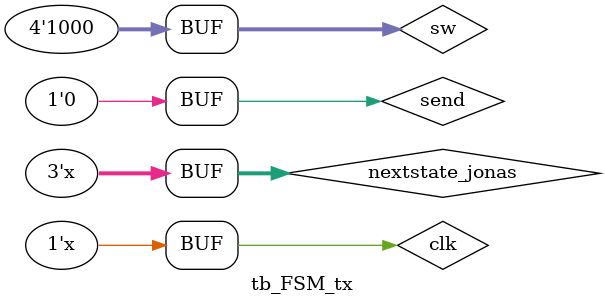
<source format=sv>
`timescale 1ps / 1ps

module tb_FSM_tx;

logic clk; 
logic [3:0] sw;
logic [3:0] estado_sgte;
logic [3:0] estado;
logic [1:0] mode;
logic [7:0] data_out;

logic send = 0;
logic tx;
logic [7:0] data_jonas;
logic [2:0] state_jonas = 7;
logic [2:0] nextstate_jonas = 7;

localparam J = 3'd0;
localparam O = 3'd1;
localparam N = 3'd2;
localparam A = 3'd3;
localparam S = 3'd4;
localparam SPACE = 3'd5;

logic [4:0] cont_abc;
logic [7:0] data_abc;
logic [7:0] data_in;

always_comb begin
    case ( sw )
    
    4'b1000:    estado_sgte <= 4'b1000; // ABC...
    4'b0100:    estado_sgte <= 4'b0100; // Recep-Transm.
    4'b0010:    estado_sgte <= 4'b0010; // J-O-N-A-S-_
    4'b0001:    estado_sgte <= 4'b0001; // FSM TX
    default:    estado_sgte <= 4'b0000; // Sin transm.
    
    endcase
end

//-- Lógica secuencial (activación secuencial del estado)

always_ff @(posedge clk) begin
    if (send)
        estado <= estado_sgte;         
end

//-- Asignación de salida 

always_comb  begin
    unique case (estado)
    
    4'b1000:     // ABC...
    begin
        mode = 2'b01;
        data_out = data_abc;
    end
    4'b0100:    
    begin
        mode = 2'b10;
        data_out = data_in;
     end
    4'b0010:    // J-O-N-A-S-_   
    begin
        mode = 2'b01; 
        data_out = data_jonas;
    end 
    4'b0001:    
    begin
        mode = 2'b01;
        data_out = "A";
    end
    4'b0000:    mode = 2'b00;
    
    endcase
end  
        
//-- ABC...
assign data_abc = cont_abc + 65;
always_ff @(posedge clk)  begin
    if ( estado == 4'b1000) begin
        if ( send) begin
            if ( cont_abc == 25) begin
                cont_abc <= 1;
            end
            else begin
                cont_abc <= cont_abc + 1; 
            end
        end
    end
    else 
        cont_abc <= 0;
end

// J-O-N-A-S-_

always_comb begin
    if (send) begin
        if (estado != 4'b0010) 
            nextstate_jonas = J;
        else if ( state_jonas == J)
            nextstate_jonas = O;
        else if ( state_jonas == O)
            nextstate_jonas = N;
        else if ( state_jonas == N )
            nextstate_jonas = A;
        else if ( state_jonas == A )
            nextstate_jonas = S;
        else if ( state_jonas == S) 
            nextstate_jonas = SPACE;
        else if ( state_jonas == SPACE) 
            nextstate_jonas = J;
        else
            nextstate_jonas = J;  
     end
end

always_ff @(posedge clk) begin
    if (estado == 4'b0010) begin
        state_jonas <= nextstate_jonas;
    end
end

always_comb begin
    if (estado == 4'b0010) begin
        unique case (state_jonas) 
        J:  data_jonas = "J";
        O:  data_jonas = "O";
        N:  data_jonas = "N";
        A:  data_jonas = "A";
        S:  data_jonas = "S";
        SPACE:  data_jonas = 95;       
        endcase
    end
end
        
//-- UNIDAD UART TX
uart_tx #(3, 130) TX1(
    .clk(clk),
    .mode(mode),
    .send(send),
    .dato(data_out),
    .tx(tx)
    );
    
initial begin
    clk = 0;
//    data_jonas = "A";
//    mode = 2'b00;
//    estado = 4'b0000;
    sw = 4'b0000;
    #1000
//    mode = 2'b01;
//    estado = 4'b0010;
    sw = 4'b0010;
    #6000
    sw = 4'b1000;
    #4000
    sw = 0;
    #4000
    sw = 8;
    #4000 
    sw = 4; 
    #4000
    sw = 2;
    #4000
    sw = 1;
    #100000
    sw = 8;
    
end 

always begin
    #5 clk = ~clk;
end
endmodule

</source>
